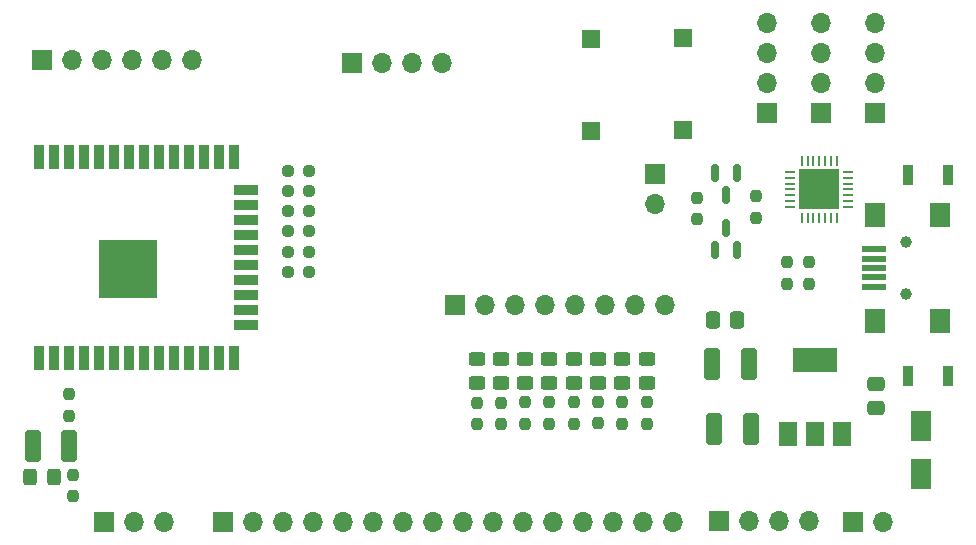
<source format=gbr>
%TF.GenerationSoftware,KiCad,Pcbnew,(6.0.2)*%
%TF.CreationDate,2022-06-23T10:32:30-05:00*%
%TF.ProjectId,ESP32_BUAP_DESARROLLO,45535033-325f-4425-9541-505f44455341,rev?*%
%TF.SameCoordinates,Original*%
%TF.FileFunction,Soldermask,Top*%
%TF.FilePolarity,Negative*%
%FSLAX46Y46*%
G04 Gerber Fmt 4.6, Leading zero omitted, Abs format (unit mm)*
G04 Created by KiCad (PCBNEW (6.0.2)) date 2022-06-23 10:32:30*
%MOMM*%
%LPD*%
G01*
G04 APERTURE LIST*
G04 Aperture macros list*
%AMRoundRect*
0 Rectangle with rounded corners*
0 $1 Rounding radius*
0 $2 $3 $4 $5 $6 $7 $8 $9 X,Y pos of 4 corners*
0 Add a 4 corners polygon primitive as box body*
4,1,4,$2,$3,$4,$5,$6,$7,$8,$9,$2,$3,0*
0 Add four circle primitives for the rounded corners*
1,1,$1+$1,$2,$3*
1,1,$1+$1,$4,$5*
1,1,$1+$1,$6,$7*
1,1,$1+$1,$8,$9*
0 Add four rect primitives between the rounded corners*
20,1,$1+$1,$2,$3,$4,$5,0*
20,1,$1+$1,$4,$5,$6,$7,0*
20,1,$1+$1,$6,$7,$8,$9,0*
20,1,$1+$1,$8,$9,$2,$3,0*%
G04 Aperture macros list end*
%ADD10RoundRect,0.250000X-0.450000X0.325000X-0.450000X-0.325000X0.450000X-0.325000X0.450000X0.325000X0*%
%ADD11RoundRect,0.237500X-0.250000X-0.237500X0.250000X-0.237500X0.250000X0.237500X-0.250000X0.237500X0*%
%ADD12RoundRect,0.237500X0.237500X-0.250000X0.237500X0.250000X-0.237500X0.250000X-0.237500X-0.250000X0*%
%ADD13RoundRect,0.250000X-0.325000X-0.450000X0.325000X-0.450000X0.325000X0.450000X-0.325000X0.450000X0*%
%ADD14RoundRect,0.150000X-0.150000X0.587500X-0.150000X-0.587500X0.150000X-0.587500X0.150000X0.587500X0*%
%ADD15R,1.700000X1.700000*%
%ADD16O,1.700000X1.700000*%
%ADD17RoundRect,0.250000X0.412500X1.100000X-0.412500X1.100000X-0.412500X-1.100000X0.412500X-1.100000X0*%
%ADD18RoundRect,0.250000X-0.412500X-1.100000X0.412500X-1.100000X0.412500X1.100000X-0.412500X1.100000X0*%
%ADD19RoundRect,0.237500X-0.237500X0.250000X-0.237500X-0.250000X0.237500X-0.250000X0.237500X0.250000X0*%
%ADD20RoundRect,0.150000X0.150000X-0.587500X0.150000X0.587500X-0.150000X0.587500X-0.150000X-0.587500X0*%
%ADD21R,1.800000X2.500000*%
%ADD22R,0.900000X1.700000*%
%ADD23RoundRect,0.250000X-0.475000X0.337500X-0.475000X-0.337500X0.475000X-0.337500X0.475000X0.337500X0*%
%ADD24RoundRect,0.062500X0.062500X-0.337500X0.062500X0.337500X-0.062500X0.337500X-0.062500X-0.337500X0*%
%ADD25RoundRect,0.062500X0.337500X-0.062500X0.337500X0.062500X-0.337500X0.062500X-0.337500X-0.062500X0*%
%ADD26R,3.350000X3.350000*%
%ADD27RoundRect,0.250000X-0.337500X-0.475000X0.337500X-0.475000X0.337500X0.475000X-0.337500X0.475000X0*%
%ADD28R,1.500000X2.000000*%
%ADD29R,3.800000X2.000000*%
%ADD30R,0.900000X2.000000*%
%ADD31R,2.000000X0.900000*%
%ADD32R,5.000000X5.000000*%
%ADD33R,1.500000X1.500000*%
%ADD34C,1.000000*%
%ADD35R,2.000000X0.500000*%
%ADD36R,1.700000X2.000000*%
G04 APERTURE END LIST*
D10*
%TO.C,D4*%
X60850003Y-52575002D03*
X60850003Y-54625002D03*
%TD*%
D11*
%TO.C,R2*%
X42787500Y-36700000D03*
X44612500Y-36700000D03*
%TD*%
D12*
%TO.C,R15*%
X77450000Y-40762500D03*
X77450000Y-38937500D03*
%TD*%
D13*
%TO.C,D2*%
X20975000Y-62600002D03*
X23025000Y-62600002D03*
%TD*%
D14*
%TO.C,Q2*%
X80850000Y-36812500D03*
X78950000Y-36812500D03*
X79900000Y-38687500D03*
%TD*%
D15*
%TO.C,J7*%
X37350000Y-66375000D03*
D16*
X39890000Y-66375000D03*
X42430000Y-66375000D03*
X44970000Y-66375000D03*
X47510000Y-66375000D03*
X50050000Y-66375000D03*
X52590000Y-66375000D03*
X55130000Y-66375000D03*
X57670000Y-66375000D03*
X60210000Y-66375000D03*
X62750000Y-66375000D03*
X65290000Y-66375000D03*
X67830000Y-66375000D03*
X70370000Y-66375000D03*
X72910000Y-66375000D03*
X75450000Y-66375000D03*
%TD*%
D17*
%TO.C,C1*%
X82012500Y-58550000D03*
X78887500Y-58550000D03*
%TD*%
D18*
%TO.C,C5*%
X21187500Y-60000000D03*
X24312500Y-60000000D03*
%TD*%
D19*
%TO.C,R10*%
X58800009Y-56287506D03*
X58800009Y-58112506D03*
%TD*%
D11*
%TO.C,R13*%
X42787500Y-40050000D03*
X44612500Y-40050000D03*
%TD*%
%TO.C,R7*%
X42787500Y-45200000D03*
X44612500Y-45200000D03*
%TD*%
D10*
%TO.C,D6*%
X64950003Y-52575000D03*
X64950003Y-54625000D03*
%TD*%
D19*
%TO.C,R17*%
X62900001Y-56237493D03*
X62900001Y-58062493D03*
%TD*%
D11*
%TO.C,R12*%
X42787500Y-43500000D03*
X44612500Y-43500000D03*
%TD*%
D10*
%TO.C,D8*%
X69050003Y-52575000D03*
X69050003Y-54625000D03*
%TD*%
D19*
%TO.C,R5*%
X24600000Y-62387500D03*
X24600000Y-64212500D03*
%TD*%
D20*
%TO.C,Q1*%
X78950000Y-43387500D03*
X80850000Y-43387500D03*
X79900000Y-41512500D03*
%TD*%
D10*
%TO.C,D10*%
X73200000Y-52575000D03*
X73200000Y-54625000D03*
%TD*%
D19*
%TO.C,R22*%
X73200003Y-56237500D03*
X73200003Y-58062500D03*
%TD*%
D15*
%TO.C,J2*%
X22025000Y-27275000D03*
D16*
X24565000Y-27275000D03*
X27105000Y-27275000D03*
X29645000Y-27275000D03*
X32185000Y-27275000D03*
X34725000Y-27275000D03*
%TD*%
D10*
%TO.C,D7*%
X67000008Y-52574990D03*
X67000008Y-54624990D03*
%TD*%
D17*
%TO.C,C3*%
X81862500Y-53000000D03*
X78737500Y-53000000D03*
%TD*%
D15*
%TO.C,J5*%
X92550000Y-31770000D03*
D16*
X92550000Y-29230000D03*
X92550000Y-26690000D03*
X92550000Y-24150000D03*
%TD*%
D21*
%TO.C,D3*%
X96400010Y-62300006D03*
X96400010Y-58300006D03*
%TD*%
D15*
%TO.C,J4*%
X83350000Y-31770000D03*
D16*
X83350000Y-29230000D03*
X83350000Y-26690000D03*
X83350000Y-24150000D03*
%TD*%
D12*
%TO.C,R11*%
X24300000Y-57412500D03*
X24300000Y-55587500D03*
%TD*%
D15*
%TO.C,J6*%
X87950000Y-31770000D03*
D16*
X87950000Y-29230000D03*
X87950000Y-26690000D03*
X87950000Y-24150000D03*
%TD*%
D15*
%TO.C,J9*%
X56925007Y-48000006D03*
D16*
X59465007Y-48000006D03*
X62005007Y-48000006D03*
X64545007Y-48000006D03*
X67085007Y-48000006D03*
X69625007Y-48000006D03*
X72165007Y-48000006D03*
X74705007Y-48000006D03*
%TD*%
D22*
%TO.C,RST1*%
X95300009Y-53999994D03*
X98700009Y-53999994D03*
%TD*%
D23*
%TO.C,C4*%
X92600000Y-54700000D03*
X92600000Y-56775000D03*
%TD*%
D24*
%TO.C,U1*%
X86300002Y-40700012D03*
X86800002Y-40700012D03*
X87300002Y-40700012D03*
X87800002Y-40700012D03*
X88300002Y-40700012D03*
X88800002Y-40700012D03*
X89300002Y-40700012D03*
D25*
X90250002Y-39750012D03*
X90250002Y-39250012D03*
X90250002Y-38750012D03*
X90250002Y-38250012D03*
X90250002Y-37750012D03*
X90250002Y-37250012D03*
X90250002Y-36750012D03*
D24*
X89300002Y-35800012D03*
X88800002Y-35800012D03*
X88300002Y-35800012D03*
X87800002Y-35800012D03*
X87300002Y-35800012D03*
X86800002Y-35800012D03*
X86300002Y-35800012D03*
D25*
X85350002Y-36750012D03*
X85350002Y-37250012D03*
X85350002Y-37750012D03*
X85350002Y-38250012D03*
X85350002Y-38750012D03*
X85350002Y-39250012D03*
X85350002Y-39750012D03*
D26*
X87800002Y-38250012D03*
%TD*%
D19*
%TO.C,R21*%
X71100003Y-56237500D03*
X71100003Y-58062500D03*
%TD*%
D11*
%TO.C,R6*%
X42787500Y-38400000D03*
X44612500Y-38400000D03*
%TD*%
D15*
%TO.C,J3*%
X48200000Y-27500000D03*
D16*
X50740000Y-27500000D03*
X53280000Y-27500000D03*
X55820000Y-27500000D03*
%TD*%
D19*
%TO.C,R18*%
X64950009Y-56237493D03*
X64950009Y-58062493D03*
%TD*%
D22*
%TO.C,RST2*%
X95300009Y-37000002D03*
X98700009Y-37000002D03*
%TD*%
D27*
%TO.C,C2*%
X78762500Y-49300000D03*
X80837500Y-49300000D03*
%TD*%
D28*
%TO.C,U2*%
X85149990Y-58949990D03*
X87449990Y-58949990D03*
D29*
X87449990Y-52649990D03*
D28*
X89749990Y-58949990D03*
%TD*%
D10*
%TO.C,D5*%
X62900003Y-52575000D03*
X62900003Y-54625000D03*
%TD*%
D19*
%TO.C,R14*%
X82450000Y-38837500D03*
X82450000Y-40662500D03*
%TD*%
%TO.C,R19*%
X67000003Y-56237500D03*
X67000003Y-58062500D03*
%TD*%
D30*
%TO.C,U4*%
X21744991Y-52499988D03*
X23014991Y-52499988D03*
X24284991Y-52499988D03*
X25554991Y-52499988D03*
X26824991Y-52499988D03*
X28094991Y-52499988D03*
X29364991Y-52499988D03*
X30634991Y-52499988D03*
X31904991Y-52499988D03*
X33174991Y-52499988D03*
X34444991Y-52499988D03*
X35714991Y-52499988D03*
X36984991Y-52499988D03*
X38254991Y-52499988D03*
D31*
X39254991Y-49714988D03*
X39254991Y-48444988D03*
X39254991Y-47174988D03*
X39254991Y-45904988D03*
X39254991Y-44634988D03*
X39254991Y-43364988D03*
X39254991Y-42094988D03*
X39254991Y-40824988D03*
X39254991Y-39554988D03*
X39254991Y-38284988D03*
D30*
X38254991Y-35499988D03*
X36984991Y-35499988D03*
X35714991Y-35499988D03*
X34444991Y-35499988D03*
X33174991Y-35499988D03*
X31904991Y-35499988D03*
X30634991Y-35499988D03*
X29364991Y-35499988D03*
X28094991Y-35499988D03*
X26824991Y-35499988D03*
X25554991Y-35499988D03*
X24284991Y-35499988D03*
X23014991Y-35499988D03*
X21744991Y-35499988D03*
D32*
X29244991Y-44999988D03*
%TD*%
D15*
%TO.C,J11*%
X90650000Y-66400000D03*
D16*
X93190000Y-66400000D03*
%TD*%
D19*
%TO.C,R9*%
X86900000Y-44387500D03*
X86900000Y-46212500D03*
%TD*%
D15*
%TO.C,J10*%
X27199996Y-66375001D03*
D16*
X29739996Y-66375001D03*
X32279996Y-66375001D03*
%TD*%
D10*
%TO.C,D1*%
X58800009Y-52575002D03*
X58800009Y-54625002D03*
%TD*%
D15*
%TO.C,JP1*%
X73900000Y-36900000D03*
D16*
X73900000Y-39440000D03*
%TD*%
D11*
%TO.C,R8*%
X42787500Y-41750000D03*
X44612500Y-41750000D03*
%TD*%
D19*
%TO.C,R1*%
X85100000Y-44387500D03*
X85100000Y-46212500D03*
%TD*%
D15*
%TO.C,J8*%
X79300000Y-66350000D03*
D16*
X81840000Y-66350000D03*
X84380000Y-66350000D03*
X86920000Y-66350000D03*
%TD*%
D33*
%TO.C,RST3*%
X68500000Y-33300000D03*
X68500000Y-25500000D03*
%TD*%
D19*
%TO.C,R20*%
X69050003Y-56225000D03*
X69050003Y-58050000D03*
%TD*%
%TO.C,R16*%
X60849992Y-56287506D03*
X60849992Y-58112506D03*
%TD*%
D34*
%TO.C,J1*%
X95125007Y-47100012D03*
X95125007Y-42700012D03*
D35*
X92425007Y-46500012D03*
X92425007Y-45700012D03*
X92425007Y-44900012D03*
X92425007Y-44100012D03*
X92425007Y-43300012D03*
D36*
X97975007Y-40450012D03*
X97975007Y-49350012D03*
X92525007Y-49350012D03*
X92525007Y-40450012D03*
%TD*%
D10*
%TO.C,D9*%
X71100010Y-52574994D03*
X71100010Y-54624994D03*
%TD*%
D33*
%TO.C,RST4*%
X76250000Y-33250000D03*
X76250000Y-25450000D03*
%TD*%
M02*

</source>
